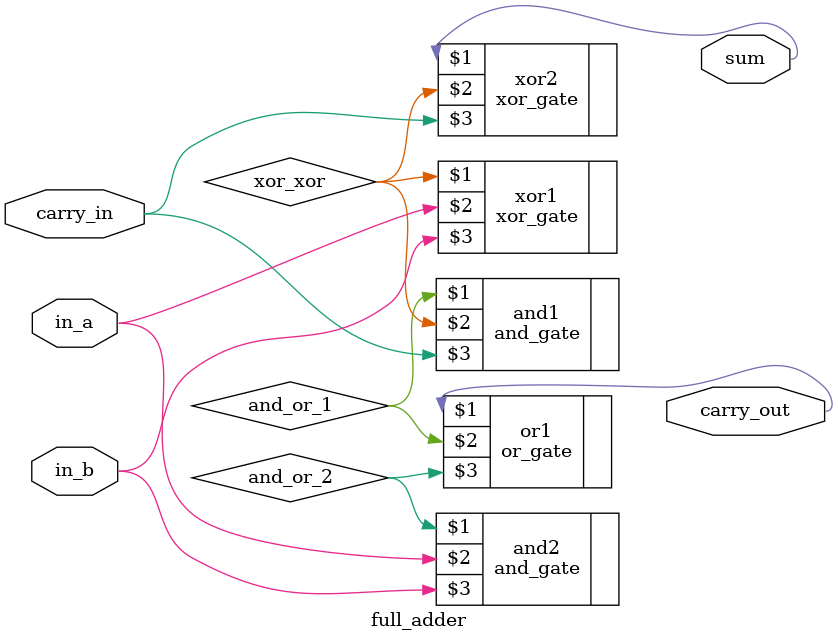
<source format=v>
`timescale 1ns / 1ps

module full_adder(
    input in_a,
    input in_b,
    input carry_in,
    output sum,
    output carry_out
    );
    
    wire xor_xor, and_or_1, and_or_2;
    
    // For generating result of summation
    xor_gate xor1 (xor_xor, in_a, in_b);
    xor_gate xor2 (sum, xor_xor, carry_in);
    
    // For generating carry out
    and_gate and1 (and_or_1, xor_xor, carry_in);
    and_gate and2 (and_or_2, in_a, in_b);
    or_gate or1 (carry_out, and_or_1, and_or_2);
    
endmodule

</source>
